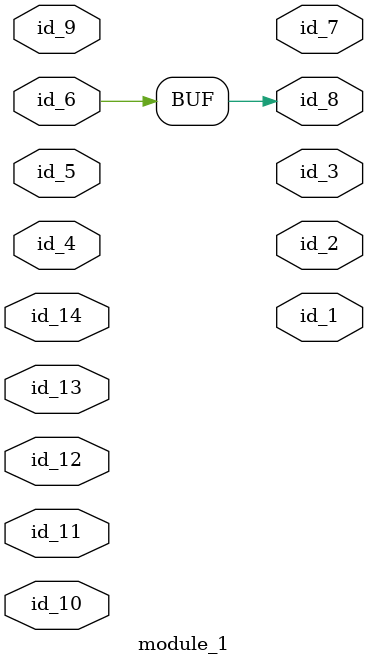
<source format=v>
module module_0;
  wire id_1;
endmodule
module module_1 (
    id_1,
    id_2,
    id_3,
    id_4,
    id_5,
    id_6,
    id_7,
    id_8,
    id_9,
    id_10,
    id_11,
    id_12,
    id_13,
    id_14
);
  input wire id_14;
  inout wire id_13;
  inout wire id_12;
  inout wire id_11;
  input wire id_10;
  inout wire id_9;
  output wire id_8;
  output wire id_7;
  inout wire id_6;
  input wire id_5;
  input wire id_4;
  output wire id_3;
  output wire id_2;
  output wire id_1;
  assign id_8 = id_6;
  module_0 modCall_1 ();
endmodule

</source>
